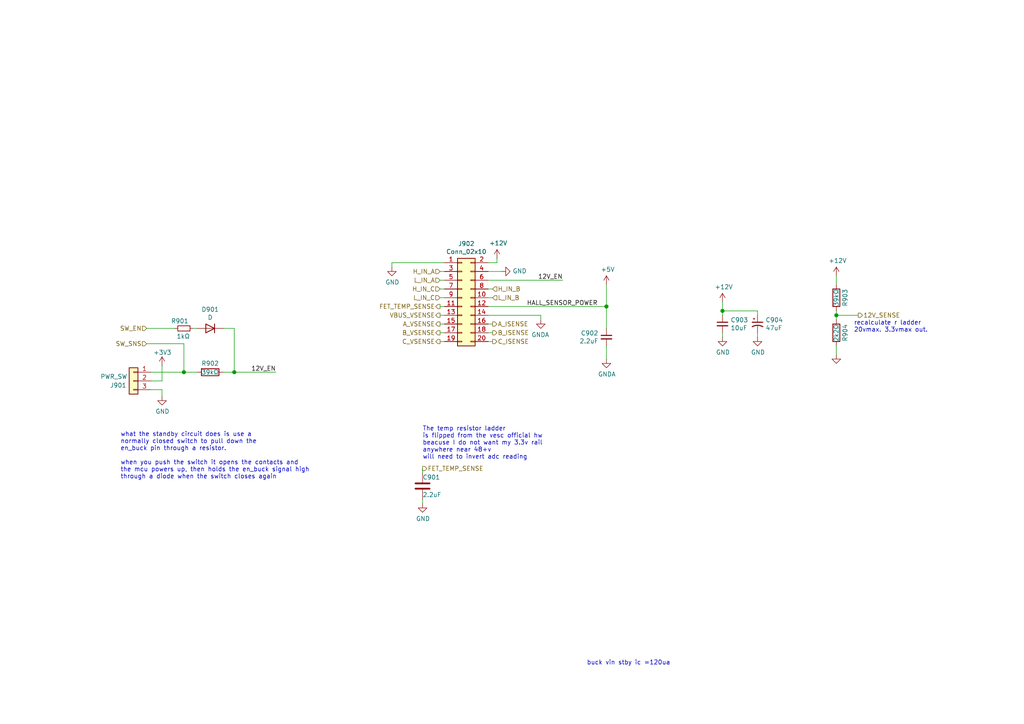
<source format=kicad_sch>
(kicad_sch (version 20230121) (generator eeschema)
  (paper "A4")
  (title_block (title "Moxie-Drive 24, vesc compatable motor controller") (date "2020-07-01") (rev "1.0") (company "Marshall Scholz"))
  (lib_symbols
    (symbol "24_control_board-rescue:C-Device-MoxiE_Control_board-rescue" (pin_numbers hide) (pin_names (offset 0.254))
      (property "Reference" "C" (at 0.635 2.54 0))
      (property "Value" "C-Device-MoxiE_Control_board-rescue" (at 0.635 -2.54 0))
      (symbol "C-Device-MoxiE_Control_board-rescue_0_1"
        (polyline (pts (xy -2.032 -0.762) (xy 2.032 -0.762)) (stroke (width 0.508)))
        (polyline (pts (xy -2.032 0.762) (xy 2.032 0.762)) (stroke (width 0.508)))
      )
      (symbol "C-Device-MoxiE_Control_board-rescue_1_1"
        (pin passive line (at 0 3.81 270) (length 2.794) (name "~") (number "1"))
        (pin passive line (at 0 -3.81 90) (length 2.794) (name "~") (number "2"))
      )
    )
    (symbol "24_control_board-rescue:Conn_01x03-Connector_Generic-MoxiE_Control_board-rescue" (pin_names hide)
      (property "Reference" "J" (at 0 5.08 0))
      (property "Value" "Conn_01x03-Connector_Generic-MoxiE_Control_board-rescue" (at 0 -5.08 0))
      (symbol "Conn_01x03-Connector_Generic-MoxiE_Control_board-rescue_1_1"
        (rectangle (start -1.27 -2.413) (end 0 -2.667) (stroke (width 0.1524)))
        (rectangle (start -1.27 0.127) (end 0 -0.127) (stroke (width 0.1524)))
        (rectangle (start -1.27 2.667) (end 0 2.413) (stroke (width 0.1524)))
        (rectangle (start -1.27 3.81) (end 1.27 -3.81) (stroke (width 0.254)) (fill (type background)))
        (pin passive line (at -5.08 2.54 0) (length 3.81) (name "Pin_1") (number "1"))
        (pin passive line (at -5.08 0 0) (length 3.81) (name "Pin_2") (number "2"))
        (pin passive line (at -5.08 -2.54 0) (length 3.81) (name "Pin_3") (number "3"))
      )
    )
    (symbol "Connector_Generic:Conn_02x10_Odd_Even" (pin_names hide)
      (property "Reference" "J" (at 1.27 12.7 0))
      (property "Value" "Conn_02x10_Odd_Even" (at 1.27 -15.24 0))
      (symbol "Conn_02x10_Odd_Even_1_1"
        (rectangle (start -1.27 -12.573) (end 0 -12.827) (stroke (width 0.1524)))
        (rectangle (start -1.27 -10.033) (end 0 -10.287) (stroke (width 0.1524)))
        (rectangle (start -1.27 -7.493) (end 0 -7.747) (stroke (width 0.1524)))
        (rectangle (start -1.27 -4.953) (end 0 -5.207) (stroke (width 0.1524)))
        (rectangle (start -1.27 -2.413) (end 0 -2.667) (stroke (width 0.1524)))
        (rectangle (start -1.27 0.127) (end 0 -0.127) (stroke (width 0.1524)))
        (rectangle (start -1.27 2.667) (end 0 2.413) (stroke (width 0.1524)))
        (rectangle (start -1.27 5.207) (end 0 4.953) (stroke (width 0.1524)))
        (rectangle (start -1.27 7.747) (end 0 7.493) (stroke (width 0.1524)))
        (rectangle (start -1.27 10.287) (end 0 10.033) (stroke (width 0.1524)))
        (rectangle (start -1.27 11.43) (end 3.81 -13.97) (stroke (width 0.254)) (fill (type background)))
        (rectangle (start 3.81 -12.573) (end 2.54 -12.827) (stroke (width 0.1524)))
        (rectangle (start 3.81 -10.033) (end 2.54 -10.287) (stroke (width 0.1524)))
        (rectangle (start 3.81 -7.493) (end 2.54 -7.747) (stroke (width 0.1524)))
        (rectangle (start 3.81 -4.953) (end 2.54 -5.207) (stroke (width 0.1524)))
        (rectangle (start 3.81 -2.413) (end 2.54 -2.667) (stroke (width 0.1524)))
        (rectangle (start 3.81 0.127) (end 2.54 -0.127) (stroke (width 0.1524)))
        (rectangle (start 3.81 2.667) (end 2.54 2.413) (stroke (width 0.1524)))
        (rectangle (start 3.81 5.207) (end 2.54 4.953) (stroke (width 0.1524)))
        (rectangle (start 3.81 7.747) (end 2.54 7.493) (stroke (width 0.1524)))
        (rectangle (start 3.81 10.287) (end 2.54 10.033) (stroke (width 0.1524)))
        (pin passive line (at -5.08 10.16 0) (length 3.81) (name "Pin_1") (number "1"))
        (pin passive line (at 7.62 0 180) (length 3.81) (name "Pin_10") (number "10"))
        (pin passive line (at -5.08 -2.54 0) (length 3.81) (name "Pin_11") (number "11"))
        (pin passive line (at 7.62 -2.54 180) (length 3.81) (name "Pin_12") (number "12"))
        (pin passive line (at -5.08 -5.08 0) (length 3.81) (name "Pin_13") (number "13"))
        (pin passive line (at 7.62 -5.08 180) (length 3.81) (name "Pin_14") (number "14"))
        (pin passive line (at -5.08 -7.62 0) (length 3.81) (name "Pin_15") (number "15"))
        (pin passive line (at 7.62 -7.62 180) (length 3.81) (name "Pin_16") (number "16"))
        (pin passive line (at -5.08 -10.16 0) (length 3.81) (name "Pin_17") (number "17"))
        (pin passive line (at 7.62 -10.16 180) (length 3.81) (name "Pin_18") (number "18"))
        (pin passive line (at -5.08 -12.7 0) (length 3.81) (name "Pin_19") (number "19"))
        (pin passive line (at 7.62 10.16 180) (length 3.81) (name "Pin_2") (number "2"))
        (pin passive line (at 7.62 -12.7 180) (length 3.81) (name "Pin_20") (number "20"))
        (pin passive line (at -5.08 7.62 0) (length 3.81) (name "Pin_3") (number "3"))
        (pin passive line (at 7.62 7.62 180) (length 3.81) (name "Pin_4") (number "4"))
        (pin passive line (at -5.08 5.08 0) (length 3.81) (name "Pin_5") (number "5"))
        (pin passive line (at 7.62 5.08 180) (length 3.81) (name "Pin_6") (number "6"))
        (pin passive line (at -5.08 2.54 0) (length 3.81) (name "Pin_7") (number "7"))
        (pin passive line (at 7.62 2.54 180) (length 3.81) (name "Pin_8") (number "8"))
        (pin passive line (at -5.08 0 0) (length 3.81) (name "Pin_9") (number "9"))
      )
    )
    (symbol "Device:CP1_Small" (pin_numbers hide) (pin_names (offset 0.254) hide)
      (property "Reference" "C" (at 0.254 1.778 0))
      (property "Value" "CP1_Small" (at 0.254 -2.032 0))
      (symbol "CP1_Small_0_1"
        (polyline (pts (xy -1.524 0.508) (xy 1.524 0.508)) (stroke (width 0.3048)))
        (polyline (pts (xy -1.27 1.524) (xy -0.762 1.524)))
        (polyline (pts (xy -1.016 1.27) (xy -1.016 1.778)))
        (arc (start 1.524 -0.762) (mid 0 -0.3734) (end -1.524 -0.762) (stroke (width 0.3048)))
      )
      (symbol "CP1_Small_1_1"
        (pin passive line (at 0 2.54 270) (length 2.032) (name "~") (number "1"))
        (pin passive line (at 0 -2.54 90) (length 2.032) (name "~") (number "2"))
      )
    )
    (symbol "Device:C_Small" (pin_numbers hide) (pin_names (offset 0.254) hide)
      (property "Reference" "C" (at 0.254 1.778 0))
      (property "Value" "C_Small" (at 0.254 -2.032 0))
      (symbol "C_Small_0_1"
        (polyline (pts (xy -1.524 -0.508) (xy 1.524 -0.508)) (stroke (width 0.3302)))
        (polyline (pts (xy -1.524 0.508) (xy 1.524 0.508)) (stroke (width 0.3048)))
      )
      (symbol "C_Small_1_1"
        (pin passive line (at 0 2.54 270) (length 2.032) (name "~") (number "1"))
        (pin passive line (at 0 -2.54 90) (length 2.032) (name "~") (number "2"))
      )
    )
    (symbol "Device:D" (pin_numbers hide) (pin_names hide)
      (property "Reference" "D" (at 0 2.54 0))
      (property "Value" "D" (at 0 -2.54 0))
      (symbol "D_0_1"
        (polyline (pts (xy -1.27 1.27) (xy -1.27 -1.27)) (stroke (width 0.254)))
        (polyline (pts (xy 1.27 0) (xy -1.27 0)))
        (polyline (pts (xy 1.27 1.27) (xy 1.27 -1.27) (xy -1.27 0) (xy 1.27 1.27)) (stroke (width 0.254)))
      )
      (symbol "D_1_1"
        (pin passive line (at -3.81 0 0) (length 2.54) (name "K") (number "1"))
        (pin passive line (at 3.81 0 180) (length 2.54) (name "A") (number "2"))
      )
    )
    (symbol "Device:R" (pin_numbers hide) (pin_names (offset 0))
      (property "Reference" "R" (at 2.032 0 90))
      (property "Value" "R" (at 0 0 90))
      (symbol "R_0_1"
        (rectangle (start -1.016 -2.54) (end 1.016 2.54) (stroke (width 0.254)))
      )
      (symbol "R_1_1"
        (pin passive line (at 0 3.81 270) (length 1.27) (name "~") (number "1"))
        (pin passive line (at 0 -3.81 90) (length 1.27) (name "~") (number "2"))
      )
    )
    (symbol "Device:R_Small" (pin_numbers hide) (pin_names (offset 0.254) hide)
      (property "Reference" "R" (at 0.762 0.508 0))
      (property "Value" "R_Small" (at 0.762 -1.016 0))
      (symbol "R_Small_0_1"
        (rectangle (start -0.762 1.778) (end 0.762 -1.778) (stroke (width 0.2032)))
      )
      (symbol "R_Small_1_1"
        (pin passive line (at 0 2.54 270) (length 0.762) (name "~") (number "1"))
        (pin passive line (at 0 -2.54 90) (length 0.762) (name "~") (number "2"))
      )
    )
    (symbol "power:+12V" (power) (pin_names (offset 0))
      (property "Value" "+12V" (at 0 3.556 0))
      (symbol "+12V_0_1"
        (polyline (pts (xy -0.762 1.27) (xy 0 2.54)))
        (polyline (pts (xy 0 0) (xy 0 2.54)))
        (polyline (pts (xy 0 2.54) (xy 0.762 1.27)))
      )
      (symbol "+12V_1_1"
        (pin power_in line (at 0 0 90) (length 0) hide (name "+12V") (number "1"))
      )
    )
    (symbol "power:+3.3V" (power) (pin_names (offset 0))
      (property "Value" "+3.3V" (at 0 3.556 0))
      (symbol "+3.3V_0_1"
        (polyline (pts (xy -0.762 1.27) (xy 0 2.54)))
        (polyline (pts (xy 0 0) (xy 0 2.54)))
        (polyline (pts (xy 0 2.54) (xy 0.762 1.27)))
      )
      (symbol "+3.3V_1_1"
        (pin power_in line (at 0 0 90) (length 0) hide (name "+3V3") (number "1"))
      )
    )
    (symbol "power:+5V" (power) (pin_names (offset 0))
      (property "Value" "+5V" (at 0 3.556 0))
      (symbol "+5V_0_1"
        (polyline (pts (xy -0.762 1.27) (xy 0 2.54)))
        (polyline (pts (xy 0 0) (xy 0 2.54)))
        (polyline (pts (xy 0 2.54) (xy 0.762 1.27)))
      )
      (symbol "+5V_1_1"
        (pin power_in line (at 0 0 90) (length 0) hide (name "+5V") (number "1"))
      )
    )
    (symbol "power:GND" (power) (pin_names (offset 0))
      (property "Value" "GND" (at 0 -3.81 0))
      (symbol "GND_0_1"
        (polyline (pts (xy 0 0) (xy 0 -1.27) (xy 1.27 -1.27) (xy 0 -2.54) (xy -1.27 -1.27) (xy 0 -1.27)))
      )
      (symbol "GND_1_1"
        (pin power_in line (at 0 0 270) (length 0) hide (name "GND") (number "1"))
      )
    )
    (symbol "power:GNDA" (power) (pin_names (offset 0))
      (property "Value" "GNDA" (at 0 -3.81 0))
      (symbol "GNDA_0_1"
        (polyline (pts (xy 0 0) (xy 0 -1.27) (xy 1.27 -1.27) (xy 0 -2.54) (xy -1.27 -1.27) (xy 0 -1.27)))
      )
      (symbol "GNDA_1_1"
        (pin power_in line (at 0 0 270) (length 0) hide (name "GNDA") (number "1"))
      )
    )
  )
  (junction (at 67.945 107.95) (diameter 1.016))
  (junction (at 242.57 91.44) (diameter 1.016))
  (junction (at 175.895 88.9) (diameter 1.016))
  (junction (at 209.55 90.17) (diameter 1.016))
  (junction (at 53.34 107.95) (diameter 1.016))
  (wire (pts (xy 64.77 107.95) (xy 67.945 107.95)))
  (wire (pts (xy 127.635 83.82) (xy 128.905 83.82)))
  (wire (pts (xy 209.55 90.17) (xy 209.55 87.63)))
  (wire (pts (xy 248.92 91.44) (xy 242.57 91.44)))
  (wire (pts (xy 142.875 96.52) (xy 141.605 96.52)))
  (wire (pts (xy 156.845 92.71) (xy 156.845 91.44)))
  (wire (pts (xy 42.545 95.25) (xy 50.8 95.25)))
  (wire (pts (xy 127.635 91.44) (xy 128.905 91.44)))
  (wire (pts (xy 43.815 113.03) (xy 46.99 113.03)))
  (wire (pts (xy 46.99 113.03) (xy 46.99 114.935)))
  (wire (pts (xy 175.895 100.33) (xy 175.895 104.14)))
  (wire (pts (xy 46.99 106.045) (xy 46.99 110.49)))
  (wire (pts (xy 46.99 110.49) (xy 43.815 110.49)))
  (wire (pts (xy 67.945 95.25) (xy 64.77 95.25)))
  (wire (pts (xy 67.945 107.95) (xy 67.945 95.25)))
  (wire (pts (xy 242.57 100.33) (xy 242.57 102.87)))
  (wire (pts (xy 175.895 88.9) (xy 175.895 82.55)))
  (wire (pts (xy 145.415 78.74) (xy 141.605 78.74)))
  (wire (pts (xy 142.875 83.82) (xy 141.605 83.82)))
  (wire (pts (xy 242.57 92.71) (xy 242.57 91.44)))
  (wire (pts (xy 128.905 76.2) (xy 113.665 76.2)))
  (wire (pts (xy 55.88 95.25) (xy 57.15 95.25)))
  (wire (pts (xy 142.875 99.06) (xy 141.605 99.06)))
  (wire (pts (xy 127.635 81.28) (xy 128.905 81.28)))
  (wire (pts (xy 209.55 91.44) (xy 209.55 90.17)))
  (wire (pts (xy 219.71 97.79) (xy 219.71 96.52)))
  (wire (pts (xy 175.895 88.9) (xy 175.895 95.25)))
  (wire (pts (xy 209.55 90.17) (xy 219.71 90.17)))
  (wire (pts (xy 142.875 93.98) (xy 141.605 93.98)))
  (wire (pts (xy 175.895 88.9) (xy 141.605 88.9)))
  (wire (pts (xy 127.635 93.98) (xy 128.905 93.98)))
  (wire (pts (xy 127.635 86.36) (xy 128.905 86.36)))
  (wire (pts (xy 127.635 88.9) (xy 128.905 88.9)))
  (wire (pts (xy 122.555 137.16) (xy 122.555 135.89)))
  (wire (pts (xy 242.57 80.01) (xy 242.57 82.55)))
  (wire (pts (xy 113.665 76.2) (xy 113.665 77.47)))
  (wire (pts (xy 42.545 99.695) (xy 53.34 99.695)))
  (wire (pts (xy 53.34 107.95) (xy 53.34 99.695)))
  (wire (pts (xy 127.635 99.06) (xy 128.905 99.06)))
  (wire (pts (xy 156.845 91.44) (xy 141.605 91.44)))
  (wire (pts (xy 144.145 76.2) (xy 141.605 76.2)))
  (wire (pts (xy 219.71 91.44) (xy 219.71 90.17)))
  (wire (pts (xy 144.145 74.93) (xy 144.145 76.2)))
  (wire (pts (xy 122.555 146.05) (xy 122.555 144.78)))
  (wire (pts (xy 43.815 107.95) (xy 53.34 107.95)))
  (wire (pts (xy 53.34 107.95) (xy 57.15 107.95)))
  (wire (pts (xy 67.945 107.95) (xy 80.01 107.95)))
  (wire (pts (xy 141.605 81.28) (xy 163.195 81.28)))
  (wire (pts (xy 242.57 91.44) (xy 242.57 90.17)))
  (wire (pts (xy 142.875 86.36) (xy 141.605 86.36)))
  (wire (pts (xy 127.635 96.52) (xy 128.905 96.52)))
  (wire (pts (xy 209.55 96.52) (xy 209.55 97.79)))
  (wire (pts (xy 127.635 78.74) (xy 128.905 78.74)))
  (text "what the standby circuit does is use a \nnormally closed switch to pull down the \nen_buck pin through a resistor.\n\nwhen you push the switch it opens the contacts and \nthe mcu powers up, then holds the en_buck signal high \nthrough a diode when the switch closes again" (at 34.925 139.065 0) (effects (font (size 1.27 1.27)) (justify left bottom)))
  (text "The temp resistor ladder\nis flipped from the vesc official hw\nbeacuse I do not want my 3.3v rail \nanywhere near 48+v\nwill need to invert adc reading" (at 122.555 133.35 0) (effects (font (size 1.27 1.27)) (justify left bottom)))
  (text "recalculate r ladder\n20vmax. 3.3vmax out. " (at 247.65 96.52 0) (effects (font (size 1.27 1.27)) (justify left bottom)))
  (text "buck vin stby ic =120ua" (at 170.18 193.04 0) (effects (font (size 1.27 1.27)) (justify left bottom)))
  (label "12V_EN" (at 80.01 107.95 180))
  (label "HALL_SENSOR_POWER" (at 173.355 88.9 180))
  (label "12V_EN" (at 163.195 81.28 180))
  (hierarchical_label "L_IN_B" (shape input) (at 142.875 86.36 0))
  (hierarchical_label "A_ISENSE" (shape output) (at 142.875 93.98 0))
  (hierarchical_label "VBUS_VSENSE" (shape output) (at 127.635 91.44 180))
  (hierarchical_label "SW_SNS" (shape input) (at 42.545 99.695 180))
  (hierarchical_label "L_IN_A" (shape input) (at 127.635 81.28 180))
  (hierarchical_label "L_IN_C" (shape input) (at 127.635 86.36 180))
  (hierarchical_label "SW_EN" (shape input) (at 42.545 95.25 180))
  (hierarchical_label "A_VSENSE" (shape output) (at 127.635 93.98 180))
  (hierarchical_label "FET_TEMP_SENSE" (shape output) (at 122.555 135.89 0))
  (hierarchical_label "H_IN_B" (shape input) (at 142.875 83.82 0))
  (hierarchical_label "H_IN_A" (shape input) (at 127.635 78.74 180))
  (hierarchical_label "FET_TEMP_SENSE" (shape output) (at 127.635 88.9 180))
  (hierarchical_label "H_IN_C" (shape input) (at 127.635 83.82 180))
  (hierarchical_label "C_VSENSE" (shape output) (at 127.635 99.06 180))
  (hierarchical_label "B_ISENSE" (shape output) (at 142.875 96.52 0))
  (hierarchical_label "12V_SENSE" (shape output) (at 248.92 91.44 0))
  (hierarchical_label "B_VSENSE" (shape output) (at 127.635 96.52 180))
  (hierarchical_label "C_ISENSE" (shape output) (at 142.875 99.06 0))
  (symbol (lib_id "Device:R") (at 242.57 86.36 0) (mirror x) (unit 1)
    (property "Reference" "R903" (at 245.11 86.36 90))
    (property "Value" "39kΩ" (at 242.57 86.36 90))
    (property "Footprint" "pkl_dipol:C_0603" (effects hide))
  )
  (symbol (lib_id "Device:R") (at 242.57 96.52 0) (mirror y) (unit 1)
    (property "Reference" "R904" (at 245.11 96.52 90))
    (property "Value" "2k2Ω" (at 242.57 96.52 90))
    (property "Footprint" "pkl_dipol:R_0402" (effects hide))
  )
  (symbol (lib_id "power:GND") (at 242.57 102.87 0) (mirror y) (unit 1)
    (property "Reference" "#PWR0914" (effects hide))
    (property "Value" "GND" (effects hide))
  )
  (symbol (lib_id "24_control_board-rescue:C-Device-MoxiE_Control_board-rescue") (at 122.555 140.97 0) (unit 1)
    (property "Reference" "C901" (at 122.555 138.43 0) (effects (justify left)))
    (property "Value" "2.2uF" (at 122.555 143.51 0) (effects (justify left)))
    (property "Footprint" "pkl_dipol:C_0402" (effects hide))
  )
  (symbol (lib_id "Device:CP1_Small") (at 219.71 93.98 0) (unit 1)
    (property "Reference" "C904" (at 222.0214 92.8116 0) (effects (justify left)))
    (property "Value" "47uF" (at 222.0214 95.123 0) (effects (justify left)))
    (property "Footprint" "Capacitor_Tantalum_SMD:CP_EIA-3528-15_AVX-H" (effects hide))
    (property "pn" " TAJB106K025RNJ" (effects hide))
    (property "Voltage" "25v" (effects hide))
  )
  (symbol (lib_id "Device:C_Small") (at 209.55 93.98 0) (unit 1)
    (property "Reference" "C903" (at 211.8868 92.8116 0) (effects (justify left)))
    (property "Value" "10uF" (at 211.8868 95.123 0) (effects (justify left)))
    (property "Footprint" "pkl_dipol:C_0603" (effects hide))
    (property "PartNo" "CL10A106MA8NRNC" (effects hide))
  )
  (symbol (lib_id "power:+12V") (at 242.57 80.01 0) (unit 1)
    (property "Reference" "#PWR0913" (effects hide))
    (property "Value" "+12V" (at 242.951 75.6158 0))
  )
  (symbol (lib_id "Connector_Generic:Conn_02x10_Odd_Even") (at 133.985 86.36 0) (unit 1)
    (property "Reference" "J902" (at 135.255 70.6882 0))
    (property "Value" "Conn_02x10" (at 135.255 72.9996 0))
    (property "Footprint" "Connector_PinSocket_2.54mm:PinSocket_2x10_P2.54mm_Vertical" (effects hide))
  )
  (symbol (lib_id "power:+12V") (at 209.55 87.63 0) (unit 1)
    (property "Reference" "#PWR0910" (effects hide))
    (property "Value" "+12V" (at 209.931 83.2358 0))
  )
  (symbol (lib_id "power:GNDA") (at 156.845 92.71 0) (mirror y) (unit 1)
    (property "Reference" "#PWR0907" (effects hide))
    (property "Value" "GNDA" (at 156.718 97.1042 0))
  )
  (symbol (lib_id "power:GND") (at 113.665 77.47 0) (unit 1)
    (property "Reference" "#PWR0903" (effects hide))
    (property "Value" "GND" (at 113.792 81.8642 0))
  )
  (symbol (lib_id "power:+12V") (at 144.145 74.93 0) (unit 1)
    (property "Reference" "#PWR0905" (effects hide))
    (property "Value" "+12V" (at 144.526 70.5358 0))
  )
  (symbol (lib_id "power:GND") (at 145.415 78.74 90) (unit 1)
    (property "Reference" "#PWR0906" (effects hide))
    (property "Value" "GND" (at 148.6662 78.613 90) (effects (justify right)))
  )
  (symbol (lib_id "Device:C_Small") (at 175.895 97.79 0) (mirror y) (unit 1)
    (property "Reference" "C902" (at 173.5582 96.6216 0) (effects (justify left)))
    (property "Value" "2.2uF" (at 173.5582 98.933 0) (effects (justify left)))
    (property "Footprint" "pkl_dipol:C_0402" (effects hide))
    (property "PartNo" "CC0603KRX7R6BB104" (effects hide))
  )
  (symbol (lib_id "power:GNDA") (at 175.895 104.14 0) (unit 1)
    (property "Reference" "#PWR0909" (effects hide))
    (property "Value" "GNDA" (at 176.022 108.5342 0))
  )
  (symbol (lib_id "power:+5V") (at 175.895 82.55 0) (unit 1)
    (property "Reference" "#PWR0908" (effects hide))
    (property "Value" "+5V" (at 176.276 78.1558 0))
  )
  (symbol (lib_id "power:GND") (at 219.71 97.79 0) (unit 1)
    (property "Reference" "#PWR0912" (effects hide))
    (property "Value" "GND" (at 219.837 102.1842 0))
  )
  (symbol (lib_id "power:GND") (at 209.55 97.79 0) (unit 1)
    (property "Reference" "#PWR0911" (effects hide))
    (property "Value" "GND" (at 209.677 102.1842 0))
  )
  (symbol (lib_id "Device:D") (at 60.96 95.25 180) (unit 1)
    (property "Reference" "D901" (at 60.96 89.7636 0))
    (property "Value" "D" (at 60.96 92.075 0))
    (property "Footprint" "Diode_SMD:D_SOD-323F" (effects hide))
  )
  (symbol (lib_id "power:+3.3V") (at 46.99 106.045 0) (unit 1)
    (property "Reference" "#PWR0901" (effects hide))
    (property "Value" "+3.3V" (at 44.45 102.235 0) (effects (justify left)))
  )
  (symbol (lib_id "power:GND") (at 122.555 146.05 0) (unit 1)
    (property "Reference" "#PWR0904" (effects hide))
    (property "Value" "GND" (at 122.682 150.4442 0))
  )
  (symbol (lib_id "24_control_board-rescue:Conn_01x03-Connector_Generic-MoxiE_Control_board-rescue") (at 38.735 110.49 0) (mirror y) (unit 1)
    (property "Reference" "J901" (at 34.29 111.76 0))
    (property "Value" "PWR_SW" (at 33.02 109.22 0))
    (property "Footprint" "Connector_JST:JST_PH_B3B-PH-K_1x03_P2.00mm_Vertical" (effects hide))
  )
  (symbol (lib_id "Device:R_Small") (at 53.34 95.25 90) (unit 1)
    (property "Reference" "R901" (at 54.7116 93.1164 90) (effects (justify left)))
    (property "Value" "1kΩ" (at 55.118 97.5614 90) (effects (justify left)))
    (property "Footprint" "pkl_dipol:R_0402" (effects hide))
  )
  (symbol (lib_id "Device:R") (at 60.96 107.95 270) (mirror x) (unit 1)
    (property "Reference" "R902" (at 60.96 105.41 90))
    (property "Value" "39kΩ" (at 60.96 107.95 90))
    (property "Footprint" "pkl_dipol:C_0603" (effects hide))
  )
  (symbol (lib_id "power:GND") (at 46.99 114.935 0) (unit 1)
    (property "Reference" "#PWR0902" (effects hide))
    (property "Value" "GND" (at 47.117 119.3292 0))
  )
)
</source>
